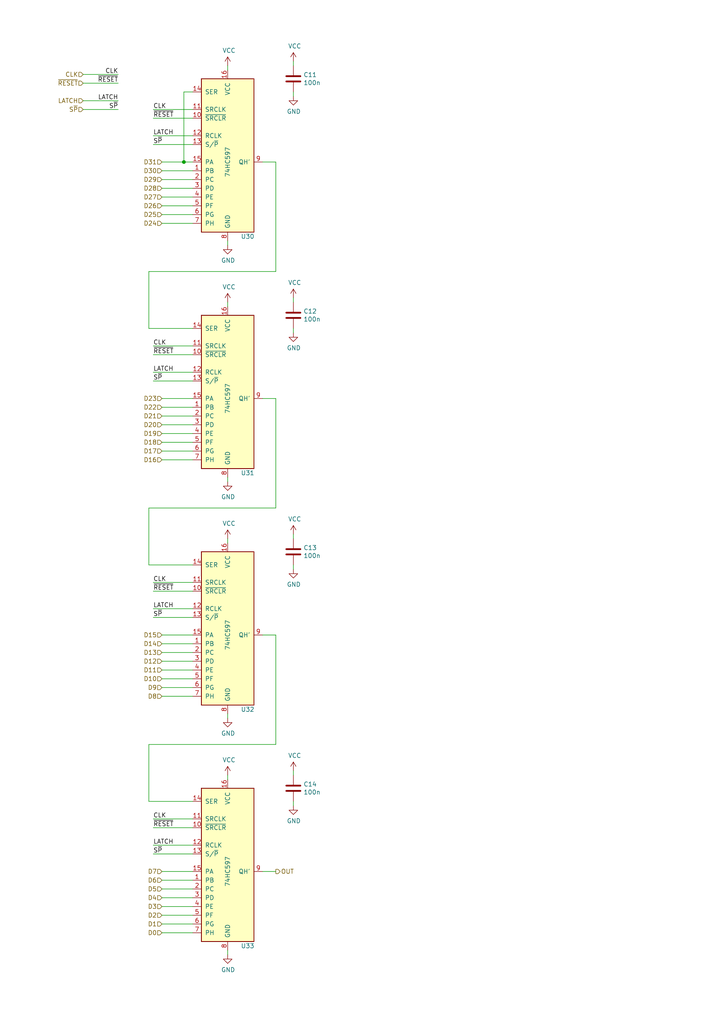
<source format=kicad_sch>
(kicad_sch (version 20211123) (generator eeschema)
  (paper "A4" portrait)
  (lib_symbols
    (symbol "Device:C" (pin_numbers hide) (pin_names (offset 0.254))
      (property "Reference" "C" (at 0.635 2.54 0))
      (property "Value" "C" (at 0.635 -2.54 0))
      (symbol "C_0_1"
        (polyline (pts (xy -2.032 -0.762) (xy 2.032 -0.762)) (stroke (width 0.508)))
        (polyline (pts (xy -2.032 0.762) (xy 2.032 0.762)) (stroke (width 0.508)))
      )
      (symbol "C_1_1"
        (pin passive line (at 0 3.81 270) (length 2.794) (name "~") (number "1"))
        (pin passive line (at 0 -3.81 90) (length 2.794) (name "~") (number "2"))
      )
    )
    (symbol "power:GND" (power) (pin_names (offset 0))
      (property "Value" "GND" (at 0 -3.81 0))
      (symbol "GND_0_1"
        (polyline (pts (xy 0 0) (xy 0 -1.27) (xy 1.27 -1.27) (xy 0 -2.54) (xy -1.27 -1.27) (xy 0 -1.27)))
      )
      (symbol "GND_1_1"
        (pin power_in line (at 0 0 270) (length 0) hide (name "GND") (number "1"))
      )
    )
    (symbol "power:VCC" (power) (pin_names (offset 0))
      (property "Value" "VCC" (at 0 3.81 0))
      (symbol "VCC_0_1"
        (polyline (pts (xy -0.762 1.27) (xy 0 2.54)))
        (polyline (pts (xy 0 0) (xy 0 2.54)))
        (polyline (pts (xy 0 2.54) (xy 0.762 1.27)))
      )
      (symbol "VCC_1_1"
        (pin power_in line (at 0 0 90) (length 0) hide (name "VCC") (number "1"))
      )
    )
    (symbol "riscv-serial:74HC597" (pin_names (offset 1.016))
      (property "Reference" "U" (at 5.08 -22.86 0))
      (property "Value" "74HC597" (at 0 0 90))
      (symbol "74HC597_0_1"
        (rectangle (start -7.62 24.13) (end 7.62 -20.32) (stroke (width 0.254)) (fill (type background)))
      )
      (symbol "74HC597_1_1"
        (pin input line (at -10.16 -2.54 0) (length 2.54) (name "PB") (number "1"))
        (pin input line (at -10.16 12.7 0) (length 2.54) (name "~{SRCLR}") (number "10"))
        (pin input line (at -10.16 15.24 0) (length 2.54) (name "SRCLK") (number "11"))
        (pin input line (at -10.16 7.62 0) (length 2.54) (name "RCLK") (number "12"))
        (pin input line (at -10.16 5.08 0) (length 2.54) (name "S/~{P}") (number "13"))
        (pin input line (at -10.16 20.32 0) (length 2.54) (name "SER") (number "14"))
        (pin input line (at -10.16 0 0) (length 2.54) (name "PA") (number "15"))
        (pin power_in line (at 0 26.67 270) (length 2.54) (name "VCC") (number "16"))
        (pin input line (at -10.16 -5.08 0) (length 2.54) (name "PC") (number "2"))
        (pin input line (at -10.16 -7.62 0) (length 2.54) (name "PD") (number "3"))
        (pin input line (at -10.16 -10.16 0) (length 2.54) (name "PE") (number "4"))
        (pin input line (at -10.16 -12.7 0) (length 2.54) (name "PF") (number "5"))
        (pin input line (at -10.16 -15.24 0) (length 2.54) (name "PG") (number "6"))
        (pin input line (at -10.16 -17.78 0) (length 2.54) (name "PH") (number "7"))
        (pin power_in line (at 0 -22.86 90) (length 2.54) (name "GND") (number "8"))
        (pin output line (at 10.16 0 180) (length 2.54) (name "QH'") (number "9"))
      )
    )
  )
  (junction (at 53.34 46.99))
  (wire (pts (xy 66.04 69.85) (xy 66.04 71.12)))
  (wire (pts (xy 44.45 171.45) (xy 55.88 171.45)))
  (wire (pts (xy 55.88 64.77) (xy 46.99 64.77)))
  (wire (pts (xy 80.01 184.15) (xy 76.2 184.15)))
  (wire (pts (xy 43.18 163.83) (xy 55.88 163.83)))
  (wire (pts (xy 55.88 133.35) (xy 46.99 133.35)))
  (wire (pts (xy 55.88 39.37) (xy 44.45 39.37)))
  (wire (pts (xy 44.45 110.49) (xy 55.88 110.49)))
  (wire (pts (xy 55.88 128.27) (xy 46.99 128.27)))
  (wire (pts (xy 53.34 26.67) (xy 53.34 46.99)))
  (wire (pts (xy 55.88 201.93) (xy 46.99 201.93)))
  (wire (pts (xy 85.09 95.25) (xy 85.09 96.52)))
  (wire (pts (xy 80.01 46.99) (xy 80.01 78.74)))
  (wire (pts (xy 80.01 78.74) (xy 43.18 78.74)))
  (wire (pts (xy 46.99 120.65) (xy 55.88 120.65)))
  (wire (pts (xy 46.99 257.81) (xy 55.88 257.81)))
  (wire (pts (xy 46.99 115.57) (xy 55.88 115.57)))
  (wire (pts (xy 34.29 24.13) (xy 24.13 24.13)))
  (wire (pts (xy 85.09 163.83) (xy 85.09 165.1)))
  (wire (pts (xy 66.04 224.79) (xy 66.04 226.06)))
  (wire (pts (xy 46.99 46.99) (xy 53.34 46.99)))
  (wire (pts (xy 55.88 26.67) (xy 53.34 26.67)))
  (wire (pts (xy 46.99 57.15) (xy 55.88 57.15)))
  (wire (pts (xy 80.01 252.73) (xy 76.2 252.73)))
  (wire (pts (xy 55.88 270.51) (xy 46.99 270.51)))
  (wire (pts (xy 66.04 19.05) (xy 66.04 20.32)))
  (wire (pts (xy 80.01 215.9) (xy 43.18 215.9)))
  (wire (pts (xy 85.09 86.36) (xy 85.09 87.63)))
  (wire (pts (xy 34.29 31.75) (xy 24.13 31.75)))
  (wire (pts (xy 46.99 267.97) (xy 55.88 267.97)))
  (wire (pts (xy 46.99 125.73) (xy 55.88 125.73)))
  (wire (pts (xy 66.04 156.21) (xy 66.04 157.48)))
  (wire (pts (xy 55.88 54.61) (xy 46.99 54.61)))
  (wire (pts (xy 80.01 115.57) (xy 80.01 147.32)))
  (wire (pts (xy 80.01 115.57) (xy 76.2 115.57)))
  (wire (pts (xy 46.99 130.81) (xy 55.88 130.81)))
  (wire (pts (xy 46.99 199.39) (xy 55.88 199.39)))
  (wire (pts (xy 55.88 196.85) (xy 46.99 196.85)))
  (wire (pts (xy 53.34 46.99) (xy 55.88 46.99)))
  (wire (pts (xy 43.18 215.9) (xy 43.18 232.41)))
  (wire (pts (xy 55.88 118.11) (xy 46.99 118.11)))
  (wire (pts (xy 85.09 26.67) (xy 85.09 27.94)))
  (wire (pts (xy 55.88 49.53) (xy 46.99 49.53)))
  (wire (pts (xy 85.09 232.41) (xy 85.09 233.68)))
  (wire (pts (xy 44.45 240.03) (xy 55.88 240.03)))
  (wire (pts (xy 46.99 194.31) (xy 55.88 194.31)))
  (wire (pts (xy 55.88 265.43) (xy 46.99 265.43)))
  (wire (pts (xy 46.99 252.73) (xy 55.88 252.73)))
  (wire (pts (xy 66.04 87.63) (xy 66.04 88.9)))
  (wire (pts (xy 55.88 168.91) (xy 44.45 168.91)))
  (wire (pts (xy 85.09 154.94) (xy 85.09 156.21)))
  (wire (pts (xy 55.88 176.53) (xy 44.45 176.53)))
  (wire (pts (xy 85.09 17.78) (xy 85.09 19.05)))
  (wire (pts (xy 46.99 262.89) (xy 55.88 262.89)))
  (wire (pts (xy 66.04 207.01) (xy 66.04 208.28)))
  (wire (pts (xy 44.45 247.65) (xy 55.88 247.65)))
  (wire (pts (xy 55.88 186.69) (xy 46.99 186.69)))
  (wire (pts (xy 43.18 147.32) (xy 43.18 163.83)))
  (wire (pts (xy 55.88 107.95) (xy 44.45 107.95)))
  (wire (pts (xy 44.45 41.91) (xy 55.88 41.91)))
  (wire (pts (xy 85.09 223.52) (xy 85.09 224.79)))
  (wire (pts (xy 55.88 260.35) (xy 46.99 260.35)))
  (wire (pts (xy 43.18 232.41) (xy 55.88 232.41)))
  (wire (pts (xy 43.18 95.25) (xy 55.88 95.25)))
  (wire (pts (xy 55.88 31.75) (xy 44.45 31.75)))
  (wire (pts (xy 46.99 189.23) (xy 55.88 189.23)))
  (wire (pts (xy 55.88 245.11) (xy 44.45 245.11)))
  (wire (pts (xy 44.45 34.29) (xy 55.88 34.29)))
  (wire (pts (xy 46.99 62.23) (xy 55.88 62.23)))
  (wire (pts (xy 55.88 255.27) (xy 46.99 255.27)))
  (wire (pts (xy 46.99 52.07) (xy 55.88 52.07)))
  (wire (pts (xy 46.99 184.15) (xy 55.88 184.15)))
  (wire (pts (xy 80.01 184.15) (xy 80.01 215.9)))
  (wire (pts (xy 66.04 138.43) (xy 66.04 139.7)))
  (wire (pts (xy 43.18 78.74) (xy 43.18 95.25)))
  (wire (pts (xy 24.13 21.59) (xy 34.29 21.59)))
  (wire (pts (xy 55.88 123.19) (xy 46.99 123.19)))
  (wire (pts (xy 80.01 147.32) (xy 43.18 147.32)))
  (wire (pts (xy 55.88 59.69) (xy 46.99 59.69)))
  (wire (pts (xy 55.88 237.49) (xy 44.45 237.49)))
  (wire (pts (xy 80.01 46.99) (xy 76.2 46.99)))
  (wire (pts (xy 55.88 100.33) (xy 44.45 100.33)))
  (wire (pts (xy 24.13 29.21) (xy 34.29 29.21)))
  (wire (pts (xy 44.45 179.07) (xy 55.88 179.07)))
  (wire (pts (xy 66.04 275.59) (xy 66.04 276.86)))
  (wire (pts (xy 44.45 102.87) (xy 55.88 102.87)))
  (wire (pts (xy 55.88 191.77) (xy 46.99 191.77)))
  (label "S~{P}" (at 44.45 247.65 0))
  (label "~{RESET}" (at 44.45 171.45 0))
  (label "~{RESET}" (at 44.45 102.87 0))
  (label "CLK" (at 34.29 21.59 180))
  (label "CLK" (at 44.45 168.91 0))
  (label "LATCH" (at 44.45 245.11 0))
  (label "S~{P}" (at 44.45 41.91 0))
  (label "S~{P}" (at 34.29 31.75 180))
  (label "LATCH" (at 44.45 107.95 0))
  (label "LATCH" (at 44.45 176.53 0))
  (label "CLK" (at 44.45 100.33 0))
  (label "S~{P}" (at 44.45 179.07 0))
  (label "~{RESET}" (at 34.29 24.13 180))
  (label "S~{P}" (at 44.45 110.49 0))
  (label "~{RESET}" (at 44.45 240.03 0))
  (label "LATCH" (at 44.45 39.37 0))
  (label "LATCH" (at 34.29 29.21 180))
  (label "~{RESET}" (at 44.45 34.29 0))
  (label "CLK" (at 44.45 31.75 0))
  (label "CLK" (at 44.45 237.49 0))
  (hierarchical_label "D10" (shape input) (at 46.99 196.85 180))
  (hierarchical_label "D31" (shape input) (at 46.99 46.99 180))
  (hierarchical_label "LATCH" (shape input) (at 24.13 29.21 180))
  (hierarchical_label "D28" (shape input) (at 46.99 54.61 180))
  (hierarchical_label "D15" (shape input) (at 46.99 184.15 180))
  (hierarchical_label "CLK" (shape input) (at 24.13 21.59 180))
  (hierarchical_label "D18" (shape input) (at 46.99 128.27 180))
  (hierarchical_label "D12" (shape input) (at 46.99 191.77 180))
  (hierarchical_label "D29" (shape input) (at 46.99 52.07 180))
  (hierarchical_label "D17" (shape input) (at 46.99 130.81 180))
  (hierarchical_label "D3" (shape input) (at 46.99 262.89 180))
  (hierarchical_label "D21" (shape input) (at 46.99 120.65 180))
  (hierarchical_label "D30" (shape input) (at 46.99 49.53 180))
  (hierarchical_label "D13" (shape input) (at 46.99 189.23 180))
  (hierarchical_label "OUT" (shape output) (at 80.01 252.73 0))
  (hierarchical_label "S~{P}" (shape input) (at 24.13 31.75 180))
  (hierarchical_label "D16" (shape input) (at 46.99 133.35 180))
  (hierarchical_label "D11" (shape input) (at 46.99 194.31 180))
  (hierarchical_label "D14" (shape input) (at 46.99 186.69 180))
  (hierarchical_label "D0" (shape input) (at 46.99 270.51 180))
  (hierarchical_label "D27" (shape input) (at 46.99 57.15 180))
  (hierarchical_label "D7" (shape input) (at 46.99 252.73 180))
  (hierarchical_label "D2" (shape input) (at 46.99 265.43 180))
  (hierarchical_label "~{RESET}" (shape input) (at 24.13 24.13 180))
  (hierarchical_label "D25" (shape input) (at 46.99 62.23 180))
  (hierarchical_label "D4" (shape input) (at 46.99 260.35 180))
  (hierarchical_label "D19" (shape input) (at 46.99 125.73 180))
  (hierarchical_label "D24" (shape input) (at 46.99 64.77 180))
  (hierarchical_label "D23" (shape input) (at 46.99 115.57 180))
  (hierarchical_label "D26" (shape input) (at 46.99 59.69 180))
  (hierarchical_label "D8" (shape input) (at 46.99 201.93 180))
  (hierarchical_label "D1" (shape input) (at 46.99 267.97 180))
  (hierarchical_label "D9" (shape input) (at 46.99 199.39 180))
  (hierarchical_label "D6" (shape input) (at 46.99 255.27 180))
  (hierarchical_label "D22" (shape input) (at 46.99 118.11 180))
  (hierarchical_label "D5" (shape input) (at 46.99 257.81 180))
  (hierarchical_label "D20" (shape input) (at 46.99 123.19 180))
  (symbol (lib_id "riscv-serial:74HC597") (at 66.04 252.73 0) (unit 1)
    (property "Reference" "U33" (at 69.85 274.32 0) (effects (justify left)))
    (property "Value" "74HC597" (at 66.04 252.73 90))
    (property "Footprint" "Package_SO:SOIC-16_3.9x9.9mm_P1.27mm" (effects hide))
  )
  (symbol (lib_id "power:GND") (at 66.04 139.7 0) (unit 1)
    (property "Reference" "#PWR0143" (effects hide))
    (property "Value" "GND" (at 66.167 144.0942 0))
  )
  (symbol (lib_id "power:GND") (at 66.04 208.28 0) (unit 1)
    (property "Reference" "#PWR0147" (effects hide))
    (property "Value" "GND" (at 66.167 212.6742 0))
  )
  (symbol (lib_id "power:GND") (at 85.09 233.68 0) (unit 1)
    (property "Reference" "#PWR0150" (effects hide))
    (property "Value" "GND" (at 85.217 238.0742 0))
  )
  (symbol (lib_id "riscv-serial:74HC597") (at 66.04 184.15 0) (unit 1)
    (property "Reference" "U32" (at 69.85 205.74 0) (effects (justify left)))
    (property "Value" "74HC597" (at 66.04 184.15 90))
    (property "Footprint" "Package_SO:SOIC-16_3.9x9.9mm_P1.27mm" (effects hide))
  )
  (symbol (lib_id "power:VCC") (at 66.04 156.21 0) (unit 1)
    (property "Reference" "#PWR0145" (effects hide))
    (property "Value" "VCC" (at 66.421 151.8158 0))
  )
  (symbol (lib_id "Device:C") (at 85.09 160.02 0) (unit 1)
    (property "Reference" "C13" (at 88.011 158.8516 0) (effects (justify left)))
    (property "Value" "100n" (at 88.011 161.163 0) (effects (justify left)))
    (property "Footprint" "Capacitor_SMD:C_0805_2012Metric_Pad1.18x1.45mm_HandSolder" (effects hide))
  )
  (symbol (lib_id "power:VCC") (at 66.04 224.79 0) (unit 1)
    (property "Reference" "#PWR0149" (effects hide))
    (property "Value" "VCC" (at 66.421 220.3958 0))
  )
  (symbol (lib_id "power:GND") (at 66.04 276.86 0) (unit 1)
    (property "Reference" "#PWR0151" (effects hide))
    (property "Value" "GND" (at 66.167 281.2542 0))
  )
  (symbol (lib_id "Device:C") (at 85.09 228.6 0) (unit 1)
    (property "Reference" "C14" (at 88.011 227.4316 0) (effects (justify left)))
    (property "Value" "100n" (at 88.011 229.743 0) (effects (justify left)))
    (property "Footprint" "Capacitor_SMD:C_0805_2012Metric_Pad1.18x1.45mm_HandSolder" (effects hide))
  )
  (symbol (lib_id "power:VCC") (at 85.09 223.52 0) (unit 1)
    (property "Reference" "#PWR0148" (effects hide))
    (property "Value" "VCC" (at 85.471 219.1258 0))
  )
  (symbol (lib_id "riscv-serial:74HC597") (at 66.04 115.57 0) (unit 1)
    (property "Reference" "U31" (at 69.85 137.16 0) (effects (justify left)))
    (property "Value" "74HC597" (at 66.04 115.57 90))
    (property "Footprint" "Package_SO:SOIC-16_3.9x9.9mm_P1.27mm" (effects hide))
  )
  (symbol (lib_id "power:VCC") (at 66.04 87.63 0) (unit 1)
    (property "Reference" "#PWR0141" (effects hide))
    (property "Value" "VCC" (at 66.421 83.2358 0))
  )
  (symbol (lib_id "Device:C") (at 85.09 91.44 0) (unit 1)
    (property "Reference" "C12" (at 88.011 90.2716 0) (effects (justify left)))
    (property "Value" "100n" (at 88.011 92.583 0) (effects (justify left)))
    (property "Footprint" "Capacitor_SMD:C_0805_2012Metric_Pad1.18x1.45mm_HandSolder" (effects hide))
  )
  (symbol (lib_id "power:VCC") (at 85.09 86.36 0) (unit 1)
    (property "Reference" "#PWR0140" (effects hide))
    (property "Value" "VCC" (at 85.471 81.9658 0))
  )
  (symbol (lib_id "power:GND") (at 85.09 96.52 0) (unit 1)
    (property "Reference" "#PWR0142" (effects hide))
    (property "Value" "GND" (at 85.217 100.9142 0))
  )
  (symbol (lib_id "power:VCC") (at 85.09 154.94 0) (unit 1)
    (property "Reference" "#PWR0144" (effects hide))
    (property "Value" "VCC" (at 85.471 150.5458 0))
  )
  (symbol (lib_id "power:GND") (at 85.09 165.1 0) (unit 1)
    (property "Reference" "#PWR0146" (effects hide))
    (property "Value" "GND" (at 85.217 169.4942 0))
  )
  (symbol (lib_id "riscv-serial:74HC597") (at 66.04 46.99 0) (unit 1)
    (property "Reference" "U30" (at 69.85 68.58 0) (effects (justify left)))
    (property "Value" "74HC597" (at 66.04 46.99 90))
    (property "Footprint" "Package_SO:SOIC-16_3.9x9.9mm_P1.27mm" (effects hide))
  )
  (symbol (lib_id "power:VCC") (at 66.04 19.05 0) (unit 1)
    (property "Reference" "#PWR0137" (effects hide))
    (property "Value" "VCC" (at 66.421 14.6558 0))
  )
  (symbol (lib_id "power:GND") (at 66.04 71.12 0) (unit 1)
    (property "Reference" "#PWR0139" (effects hide))
    (property "Value" "GND" (at 66.167 75.5142 0))
  )
  (symbol (lib_id "Device:C") (at 85.09 22.86 0) (unit 1)
    (property "Reference" "C11" (at 88.011 21.6916 0) (effects (justify left)))
    (property "Value" "100n" (at 88.011 24.003 0) (effects (justify left)))
    (property "Footprint" "Capacitor_SMD:C_0805_2012Metric_Pad1.18x1.45mm_HandSolder" (effects hide))
  )
  (symbol (lib_id "power:VCC") (at 85.09 17.78 0) (unit 1)
    (property "Reference" "#PWR0136" (effects hide))
    (property "Value" "VCC" (at 85.471 13.3858 0))
  )
  (symbol (lib_id "power:GND") (at 85.09 27.94 0) (unit 1)
    (property "Reference" "#PWR0138" (effects hide))
    (property "Value" "GND" (at 85.217 32.3342 0))
  )
)
</source>
